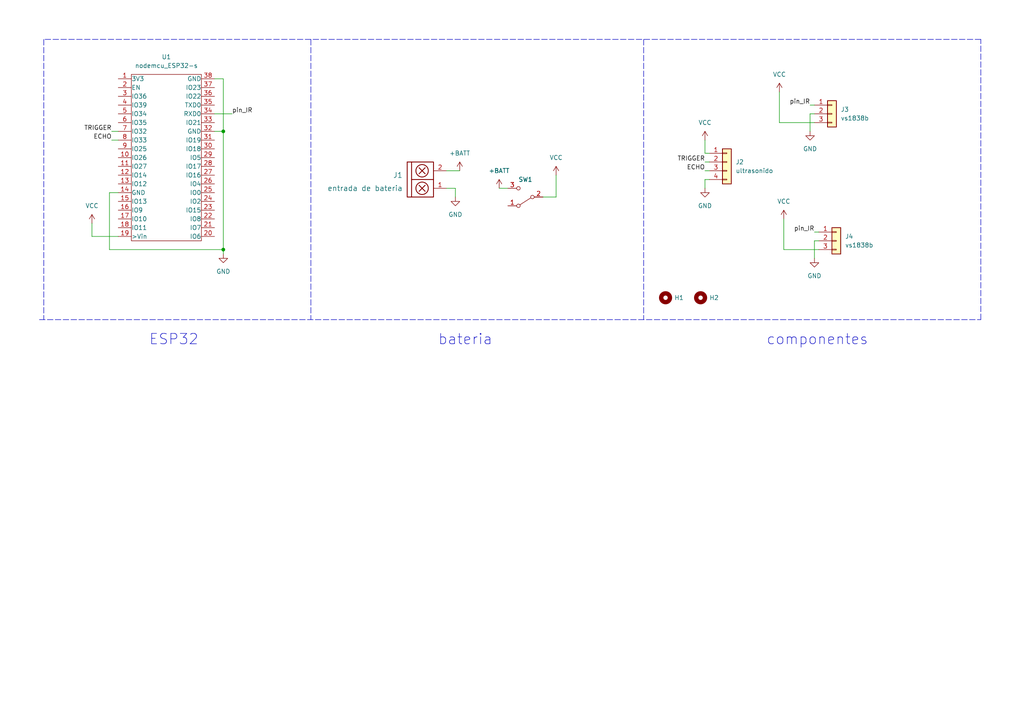
<source format=kicad_sch>
(kicad_sch (version 20211123) (generator eeschema)
  (paper "A4")
  (lib_symbols
    (symbol "Connector_Generic:Conn_01x03" (pin_names (offset 1.016) hide)
      (property "Reference" "J" (at 0 5.08 0))
      (property "Value" "Conn_01x03" (at 0 -5.08 0))
      (symbol "Conn_01x03_1_1"
        (rectangle (start -1.27 -2.413) (end 0 -2.667) (stroke (width 0.1524)))
        (rectangle (start -1.27 0.127) (end 0 -0.127) (stroke (width 0.1524)))
        (rectangle (start -1.27 2.667) (end 0 2.413) (stroke (width 0.1524)))
        (rectangle (start -1.27 3.81) (end 1.27 -3.81) (stroke (width 0.254)) (fill (type background)))
        (pin passive line (at -5.08 2.54 0) (length 3.81) (name "Pin_1") (number "1"))
        (pin passive line (at -5.08 0 0) (length 3.81) (name "Pin_2") (number "2"))
        (pin passive line (at -5.08 -2.54 0) (length 3.81) (name "Pin_3") (number "3"))
      )
    )
    (symbol "Connector_Generic:Conn_01x04" (pin_names (offset 1.016) hide)
      (property "Reference" "J" (at 0 5.08 0))
      (property "Value" "Conn_01x04" (at 0 -7.62 0))
      (symbol "Conn_01x04_1_1"
        (rectangle (start -1.27 -4.953) (end 0 -5.207) (stroke (width 0.1524)))
        (rectangle (start -1.27 -2.413) (end 0 -2.667) (stroke (width 0.1524)))
        (rectangle (start -1.27 0.127) (end 0 -0.127) (stroke (width 0.1524)))
        (rectangle (start -1.27 2.667) (end 0 2.413) (stroke (width 0.1524)))
        (rectangle (start -1.27 3.81) (end 1.27 -6.35) (stroke (width 0.254)) (fill (type background)))
        (pin passive line (at -5.08 2.54 0) (length 3.81) (name "Pin_1") (number "1"))
        (pin passive line (at -5.08 0 0) (length 3.81) (name "Pin_2") (number "2"))
        (pin passive line (at -5.08 -2.54 0) (length 3.81) (name "Pin_3") (number "3"))
        (pin passive line (at -5.08 -5.08 0) (length 3.81) (name "Pin_4") (number "4"))
      )
    )
    (symbol "EESTN52:nodemcu_ESP32-s" (pin_names (offset 0.0254))
      (property "Reference" "U?" (at 0 29.21 0))
      (property "Value" "nodemcu_ESP32-s" (at 0 26.67 0))
      (symbol "nodemcu_ESP32-s_0_1"
        (rectangle (start -10.16 24.13) (end 10.16 -24.13))
      )
      (symbol "nodemcu_ESP32-s_1_1"
        (pin passive line (at -13.97 22.86 0) (length 3.81) (name "3V3") (number "1"))
        (pin passive line (at -13.97 0 0) (length 3.81) (name "IO26") (number "10"))
        (pin passive line (at -13.97 -2.54 0) (length 3.81) (name "IO27") (number "11"))
        (pin passive line (at -13.97 -5.08 0) (length 3.81) (name "IO14") (number "12"))
        (pin passive line (at -13.97 -7.62 0) (length 3.81) (name "IO12") (number "13"))
        (pin passive line (at -13.97 -10.16 0) (length 3.81) (name "GND") (number "14"))
        (pin passive line (at -13.97 -12.7 0) (length 3.81) (name "IO13") (number "15"))
        (pin passive line (at -13.97 -15.24 0) (length 3.81) (name "IO9") (number "16"))
        (pin passive line (at -13.97 -17.78 0) (length 3.81) (name "IO10") (number "17"))
        (pin passive line (at -13.97 -20.32 0) (length 3.81) (name "IO11") (number "18"))
        (pin passive line (at -13.97 -22.86 0) (length 3.81) (name ">Vin") (number "19"))
        (pin passive line (at -13.97 20.32 0) (length 3.81) (name "EN") (number "2"))
        (pin passive line (at 13.97 -22.86 180) (length 3.81) (name "IO6") (number "20"))
        (pin passive line (at 13.97 -20.32 180) (length 3.81) (name "IO7") (number "21"))
        (pin passive line (at 13.97 -17.78 180) (length 3.81) (name "IO8") (number "22"))
        (pin passive line (at 13.97 -15.24 180) (length 3.81) (name "IO15") (number "23"))
        (pin passive line (at 13.97 -12.7 180) (length 3.81) (name "IO2") (number "24"))
        (pin passive line (at 13.97 -10.16 180) (length 3.81) (name "IO0") (number "25"))
        (pin passive line (at 13.97 -7.62 180) (length 3.81) (name "IO4") (number "26"))
        (pin passive line (at 13.97 -5.08 180) (length 3.81) (name "IO16") (number "27"))
        (pin passive line (at 13.97 -2.54 180) (length 3.81) (name "IO17") (number "28"))
        (pin passive line (at 13.97 0 180) (length 3.81) (name "IO5") (number "29"))
        (pin passive line (at -13.97 17.78 0) (length 3.81) (name "IO36") (number "3"))
        (pin passive line (at 13.97 2.54 180) (length 3.81) (name "IO18") (number "30"))
        (pin passive line (at 13.97 5.08 180) (length 3.81) (name "IO19") (number "31"))
        (pin passive line (at 13.97 7.62 180) (length 3.81) (name "GND") (number "32"))
        (pin passive line (at 13.97 10.16 180) (length 3.81) (name "IO21") (number "33"))
        (pin passive line (at 13.97 12.7 180) (length 3.81) (name "RXD0") (number "34"))
        (pin passive line (at 13.97 15.24 180) (length 3.81) (name "TXD0") (number "35"))
        (pin passive line (at 13.97 17.78 180) (length 3.81) (name "IO22") (number "36"))
        (pin passive line (at 13.97 20.32 180) (length 3.81) (name "IO23") (number "37"))
        (pin passive line (at 13.97 22.86 180) (length 3.81) (name "GND") (number "38"))
        (pin passive line (at -13.97 15.24 0) (length 3.81) (name "IO39") (number "4"))
        (pin passive line (at -13.97 12.7 0) (length 3.81) (name "IO34") (number "5"))
        (pin passive line (at -13.97 10.16 0) (length 3.81) (name "IO35") (number "6"))
        (pin passive line (at -13.97 7.62 0) (length 3.81) (name "IO32") (number "7"))
        (pin passive line (at -13.97 5.08 0) (length 3.81) (name "IO33") (number "8"))
        (pin passive line (at -13.97 2.54 0) (length 3.81) (name "IO25") (number "9"))
      )
    )
    (symbol "EESTN5:Mounting_Hole" (pin_names (offset 1.016))
      (property "Reference" "H" (at 0 5.08 0))
      (symbol "Mounting_Hole_0_1"
        (circle (center 0 0) (radius 1.27) (stroke (width 1.27)))
      )
    )
    (symbol "EESTN5:SW_SPDT" (pin_names (offset 0) hide)
      (property "Reference" "SW" (at 0 4.318 0))
      (symbol "SW_SPDT_0_0"
        (circle (center -2.032 0) (radius 0.508))
        (circle (center 2.032 -2.54) (radius 0.508))
      )
      (symbol "SW_SPDT_0_1"
        (polyline (pts (xy -1.524 0.254) (xy 1.651 2.286)))
        (circle (center 2.032 2.54) (radius 0.508))
      )
      (symbol "SW_SPDT_1_1"
        (pin passive line (at 5.08 2.54 180) (length 2.54) (name "A") (number "1"))
        (pin passive line (at -5.08 0 0) (length 2.54) (name "B") (number "2"))
        (pin passive line (at 5.08 -2.54 180) (length 2.54) (name "C") (number "3"))
      )
    )
    (symbol "EESTN5:TB_1X2" (pin_names (offset 1.016))
      (property "Reference" "J" (at 0 7.62 0))
      (property "Value" "TB_1X2" (at 1.27 -7.62 0))
      (symbol "TB_1X2_0_1"
        (rectangle (start -2.54 5.08) (end 5.08 -5.08) (stroke (width 0.254)))
        (polyline (pts (xy -1.27 0) (xy 5.08 0)) (stroke (width 0.254)))
        (polyline (pts (xy -1.27 5.08) (xy -1.27 -5.08)) (stroke (width 0.254)))
        (polyline (pts (xy 0.889 -3.429) (xy 2.667 -1.651)) (stroke (width 0.254)))
        (polyline (pts (xy 0.889 -1.651) (xy 2.667 -3.429)) (stroke (width 0.254)))
        (polyline (pts (xy 0.889 1.651) (xy 2.667 3.429)) (stroke (width 0.254)))
        (polyline (pts (xy 0.889 3.429) (xy 2.667 1.651)) (stroke (width 0.254)))
        (circle (center 1.778 -2.54) (radius 1.8034) (stroke (width 0.254)))
        (circle (center 1.778 2.54) (radius 1.8034) (stroke (width 0.254)))
      )
      (symbol "TB_1X2_1_1"
        (pin input line (at 8.89 2.54 180) (length 3.81) (name "~") (number "1"))
        (pin input line (at 8.89 -2.54 180) (length 3.81) (name "~") (number "2"))
      )
    )
    (symbol "power:+BATT" (power) (pin_names (offset 0))
      (property "Value" "+BATT" (at 0 3.556 0))
      (symbol "+BATT_0_1"
        (polyline (pts (xy -0.762 1.27) (xy 0 2.54)))
        (polyline (pts (xy 0 0) (xy 0 2.54)))
        (polyline (pts (xy 0 2.54) (xy 0.762 1.27)))
      )
      (symbol "+BATT_1_1"
        (pin power_in line (at 0 0 90) (length 0) hide (name "+BATT") (number "1"))
      )
    )
    (symbol "power:GND" (power) (pin_names (offset 0))
      (property "Value" "GND" (at 0 -3.81 0))
      (symbol "GND_0_1"
        (polyline (pts (xy 0 0) (xy 0 -1.27) (xy 1.27 -1.27) (xy 0 -2.54) (xy -1.27 -1.27) (xy 0 -1.27)))
      )
      (symbol "GND_1_1"
        (pin power_in line (at 0 0 270) (length 0) hide (name "GND") (number "1"))
      )
    )
    (symbol "power:VCC" (power) (pin_names (offset 0))
      (property "Value" "VCC" (at 0 3.81 0))
      (symbol "VCC_0_1"
        (polyline (pts (xy -0.762 1.27) (xy 0 2.54)))
        (polyline (pts (xy 0 0) (xy 0 2.54)))
        (polyline (pts (xy 0 2.54) (xy 0.762 1.27)))
      )
      (symbol "VCC_1_1"
        (pin power_in line (at 0 0 90) (length 0) hide (name "VCC") (number "1"))
      )
    )
  )
  (junction (at 64.77 72.39))
  (junction (at 64.77 38.1))
  (polyline (pts (xy 11.43 92.71) (xy 284.48 92.71)))
  (wire (pts (xy 62.23 22.86) (xy 64.77 22.86)))
  (wire (pts (xy 34.29 68.58) (xy 26.67 68.58)))
  (wire (pts (xy 204.47 49.53) (xy 205.74 49.53)))
  (polyline (pts (xy 284.48 11.43) (xy 12.7 11.43)))
  (wire (pts (xy 64.77 22.86) (xy 64.77 38.1)))
  (wire (pts (xy 234.95 33.02) (xy 234.95 38.1)))
  (wire (pts (xy 132.08 54.61) (xy 132.08 57.15)))
  (wire (pts (xy 31.75 72.39) (xy 64.77 72.39)))
  (polyline (pts (xy 186.69 11.43) (xy 186.69 92.71)))
  (wire (pts (xy 204.47 52.07) (xy 204.47 54.61)))
  (wire (pts (xy 144.78 54.61) (xy 147.32 54.61)))
  (polyline (pts (xy 284.48 92.71) (xy 284.48 11.43)))
  (wire (pts (xy 67.31 33.02) (xy 62.23 33.02)))
  (wire (pts (xy 64.77 72.39) (xy 64.77 73.66)))
  (wire (pts (xy 227.33 63.5) (xy 227.33 72.39)))
  (wire (pts (xy 236.22 69.85) (xy 236.22 74.93)))
  (wire (pts (xy 226.06 26.67) (xy 226.06 35.56)))
  (wire (pts (xy 237.49 72.39) (xy 227.33 72.39)))
  (wire (pts (xy 234.95 33.02) (xy 236.22 33.02)))
  (wire (pts (xy 34.29 55.88) (xy 31.75 55.88)))
  (polyline (pts (xy 90.17 11.43) (xy 90.17 92.71)))
  (wire (pts (xy 62.23 38.1) (xy 64.77 38.1)))
  (wire (pts (xy 161.29 50.8) (xy 161.29 57.15)))
  (wire (pts (xy 31.75 55.88) (xy 31.75 72.39)))
  (wire (pts (xy 32.385 40.64) (xy 34.29 40.64)))
  (wire (pts (xy 129.54 54.61) (xy 132.08 54.61)))
  (wire (pts (xy 129.54 49.53) (xy 133.35 49.53)))
  (wire (pts (xy 32.385 38.1) (xy 34.29 38.1)))
  (wire (pts (xy 204.47 46.99) (xy 205.74 46.99)))
  (wire (pts (xy 236.22 67.31) (xy 237.49 67.31)))
  (wire (pts (xy 204.47 40.64) (xy 204.47 44.45)))
  (wire (pts (xy 26.67 64.77) (xy 26.67 68.58)))
  (wire (pts (xy 64.77 38.1) (xy 64.77 72.39)))
  (wire (pts (xy 205.74 44.45) (xy 204.47 44.45)))
  (wire (pts (xy 236.22 69.85) (xy 237.49 69.85)))
  (wire (pts (xy 236.22 35.56) (xy 226.06 35.56)))
  (wire (pts (xy 205.74 52.07) (xy 204.47 52.07)))
  (wire (pts (xy 234.95 30.48) (xy 236.22 30.48)))
  (polyline (pts (xy 12.7 11.43) (xy 12.7 92.71)))
  (wire (pts (xy 157.48 57.15) (xy 161.29 57.15)))
  (text "componentes\n" (at 222.25 100.33 0) (effects (font (size 3 3)) (justify left bottom)))
  (text "bateria\n" (at 127 100.33 0) (effects (font (size 3 3)) (justify left bottom)))
  (text "ESP32\n" (at 43.18 100.33 0) (effects (font (size 3 3)) (justify left bottom)))
  (label "ECHO" (at 32.385 40.64 180))
  (label "pin_IR" (at 234.95 30.48 180))
  (label "TRIGGER" (at 204.47 46.99 180))
  (label "TRIGGER" (at 32.385 38.1 180))
  (label "pin_IR" (at 67.31 33.02 0))
  (label "pin_IR" (at 236.22 67.31 180))
  (label "ECHO" (at 204.47 49.53 180))
  (symbol (lib_id "EESTN52:nodemcu_ESP32-s") (at 48.26 45.72 0) (unit 1)
    (property "Reference" "U1" (at 48.26 16.51 0))
    (property "Value" "nodemcu_ESP32-s" (at 48.26 19.05 0))
    (property "Footprint" "EESTN5:ESP32S" (effects hide))
  )
  (symbol (lib_id "power:GND") (at 204.47 54.61 0) (unit 1)
    (property "Reference" "#PWR0114" (effects hide))
    (property "Value" "GND" (at 204.47 59.69 0))
  )
  (symbol (lib_id "power:GND") (at 236.22 74.93 0) (unit 1)
    (property "Reference" "#PWR0108" (effects hide))
    (property "Value" "GND" (at 236.22 80.01 0))
  )
  (symbol (lib_id "EESTN5:SW_SPDT") (at 152.4 57.15 180) (unit 1)
    (property "Reference" "SW1" (at 152.4 52.07 0))
    (property "Value" "SW_SPDT" (effects hide))
    (property "Footprint" "EESTN5:SW_SPDT_TH_Vertical" (effects hide))
  )
  (symbol (lib_id "power:VCC") (at 227.33 63.5 0) (unit 1)
    (property "Reference" "#PWR0107" (effects hide))
    (property "Value" "VCC" (at 227.33 58.42 0))
  )
  (symbol (lib_id "power:VCC") (at 26.67 64.77 0) (unit 1)
    (property "Reference" "#PWR0116" (effects hide))
    (property "Value" "VCC" (at 26.67 59.69 0))
  )
  (symbol (lib_id "EESTN5:Mounting_Hole") (at 203.2 86.36 0) (unit 1)
    (property "Reference" "H2" (at 205.74 86.3599 0) (effects (justify left)))
    (property "Value" "Mounting_Hole" (effects hide))
    (property "Footprint" "EESTN5:hole_3mm" (effects hide))
  )
  (symbol (lib_id "power:GND") (at 64.77 73.66 0) (unit 1)
    (property "Reference" "#PWR0115" (effects hide))
    (property "Value" "GND" (at 64.77 78.74 0))
  )
  (symbol (lib_id "EESTN5:TB_1X2") (at 120.65 52.07 0) (mirror x) (unit 1)
    (property "Reference" "J1" (at 116.84 50.8 0) (effects (font (size 1.524 1.524)) (justify right)))
    (property "Value" "entrada de bateria" (at 116.84 54.61 0) (effects (font (size 1.524 1.524)) (justify right)))
    (property "Footprint" "EESTN5:BORNERA2_AZUL" (effects hide))
  )
  (symbol (lib_id "power:VCC") (at 161.29 50.8 0) (unit 1)
    (property "Reference" "#PWR0103" (effects hide))
    (property "Value" "VCC" (at 161.29 45.72 0))
  )
  (symbol (lib_id "EESTN5:Mounting_Hole") (at 193.04 86.36 0) (unit 1)
    (property "Reference" "H1" (at 195.58 86.3599 0) (effects (justify left)))
    (property "Value" "Mounting_Hole" (effects hide))
    (property "Footprint" "EESTN5:hole_3mm" (effects hide))
  )
  (symbol (lib_id "Connector_Generic:Conn_01x03") (at 241.3 33.02 0) (unit 1)
    (property "Reference" "J3" (at 243.84 31.7499 0) (effects (justify left)))
    (property "Value" "vs1838b" (at 243.84 34.2899 0) (effects (justify left)))
    (property "Footprint" "EESTN5:Pin_Header_3" (effects hide))
  )
  (symbol (lib_id "power:VCC") (at 204.47 40.64 0) (unit 1)
    (property "Reference" "#PWR0113" (effects hide))
    (property "Value" "VCC" (at 204.47 35.56 0))
  )
  (symbol (lib_id "power:GND") (at 132.08 57.15 0) (unit 1)
    (property "Reference" "#PWR0104" (effects hide))
    (property "Value" "GND" (at 132.08 62.23 0))
  )
  (symbol (lib_id "power:+BATT") (at 144.78 54.61 0) (unit 1)
    (property "Reference" "#PWR0101" (effects hide))
    (property "Value" "+BATT" (at 144.78 49.53 0))
  )
  (symbol (lib_id "power:VCC") (at 226.06 26.67 0) (unit 1)
    (property "Reference" "#PWR0106" (effects hide))
    (property "Value" "VCC" (at 226.06 21.59 0))
  )
  (symbol (lib_id "power:GND") (at 234.95 38.1 0) (unit 1)
    (property "Reference" "#PWR0105" (effects hide))
    (property "Value" "GND" (at 234.95 43.18 0))
  )
  (symbol (lib_id "power:+BATT") (at 133.35 49.53 0) (unit 1)
    (property "Reference" "#PWR0102" (effects hide))
    (property "Value" "+BATT" (at 133.35 44.45 0))
  )
  (symbol (lib_id "Connector_Generic:Conn_01x03") (at 242.57 69.85 0) (unit 1)
    (property "Reference" "J4" (at 245.11 68.5799 0) (effects (justify left)))
    (property "Value" "vs1838b" (at 245.11 71.1199 0) (effects (justify left)))
    (property "Footprint" "EESTN5:Pin_Header_3" (effects hide))
  )
  (symbol (lib_id "Connector_Generic:Conn_01x04") (at 210.82 46.99 0) (unit 1)
    (property "Reference" "J2" (at 213.36 46.9899 0) (effects (justify left)))
    (property "Value" "ultrasonido" (at 213.36 49.5299 0) (effects (justify left)))
    (property "Footprint" "EESTN5:pin_strip_4" (effects hide))
  )
)
</source>
